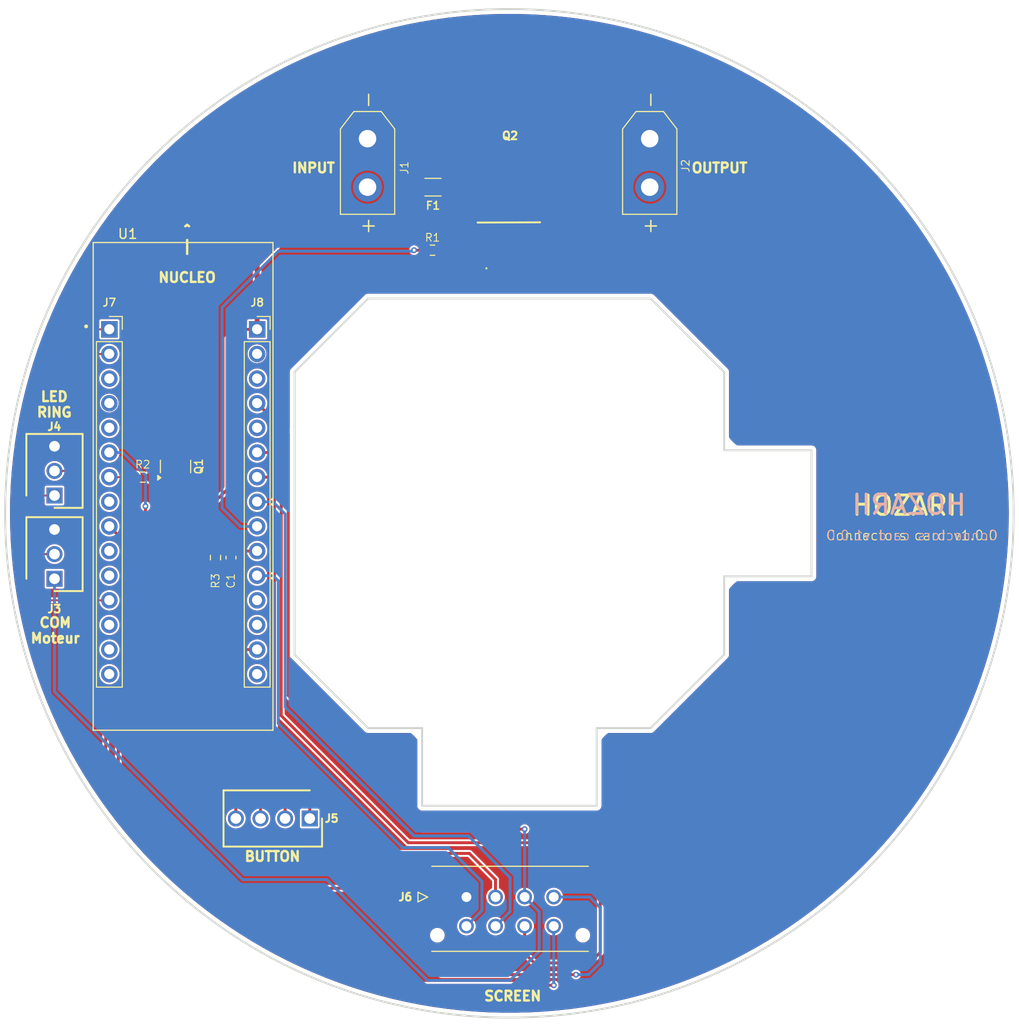
<source format=kicad_pcb>
(kicad_pcb (version 20240108) (generator "pcbnew") (generator_version "8.0")
  (layers (0 "F.Cu" signal) (31 "B.Cu" signal) (34 "B.Paste" user) (35 "F.Paste" user) (36 "B.SilkS" user "B.Silkscreen") (37 "F.SilkS" user "F.Silkscreen") (38 "B.Mask" user) (39 "F.Mask" user) (44 "Edge.Cuts" user))
  (net 0 "")
  (net 1 "+3.3V")
  (net 2 "/PA3{slash}BTN")
  (net 3 "+12V")
  (net 4 "GND")
  (net 5 "Net-(Q2-E)")
  (net 6 "+5V")
  (net 7 "/PA9{slash}UART_TX")
  (net 8 "/PA10{slash}UART_RX")
  (net 9 "Net-(Q1-C)")
  (net 10 "/PA11")
  (net 11 "/PB6")
  (net 12 "/NRST")
  (net 13 "/PB0{slash}DC")
  (net 14 "/PC15")
  (net 15 "/PB1{slash}BLK")
  (net 16 "/PC14")
  (net 17 "/PA8{slash}TIM1_CH1")
  (net 18 "/PB4")
  (net 19 "/PB7{slash}BTN_LED")
  (net 20 "/PB5")
  (net 21 "/PA12")
  (net 22 "/PA1{slash}SPI_CLK")
  (net 23 "/PA5{slash}CS")
  (net 24 "/AREF")
  (net 25 "/PA6{slash}RST")
  (net 26 "/PA7{slash}SPI_MOSI")
  (net 27 "/PA4{slash}MOS_ALIM")
  (net 28 "/PA0")
  (net 29 "/PB3")
  (net 30 "/PA2")
  (net 31 "Net-(Q1-B)")
  (net 32 "Net-(Q2-B)")
  (net 33 "Net-(F1-Pad2)")
  (net 34 "Net-(U1-PadCN3_13)")
  (net 35 "Net-(U1-PadCN3_15)")
  (net 36 "Net-(U1-PadCN4_11)")
  (net 37 "Net-(U1-PadCN4_13)")
  (net 38 "Net-(U1-PadCN4_5)")
  (net 39 "Net-(U1-PadCN3_10)")
  (net 40 "Net-(U1-PadCN4_10)")
  (net 41 "Net-(U1-VC10)")
  (net 42 "Net-(U1-PadCN3_3)")
  (net 43 "Net-(U1-PadCN4_2)")
  (net 44 "Net-(U1-PadCN4_7)")
  (net 45 "Net-(U1-PadCN3_11)")
  (net 46 "Net-(U1-PadCN3_1)")
  (net 48 "Net-(U1-PadCN3_5)")
  (footprint ".gouach-lib:J_22-27-2031" (layer "F.Cu") (at 102.6982 102.642 -90)
    (property "Reference" "J3" (at 3.12 0.02 0) (layer "F.SilkS") (effects (font (size 0.8 0.8) (thickness 0.2))))
    (property "Value" "~" (hide yes))
    (fp_line (start -6.35 2.9) (end -6.35 -2.9) (stroke (width 0.2)) (layer "F.SilkS"))
    (fp_line (start 0 2.9) (end -6.35 2.9) (stroke (width 0.2)) (layer "F.SilkS"))
    (fp_line (start -6.35 -2.9) (end 1.27 -2.9) (stroke (width 0.2)) (layer "F.SilkS"))
    (fp_line (start 1.27 -2.9) (end 1.27 0) (stroke (width 0.2)) (layer "F.SilkS"))
    (pad "1" thru_hole rect (at 0 0 270) (size 1.65 1.65) (drill 1.1) (layers "*.Cu" "*.Mask") (net 6 "+5V"))
    (pad "2" thru_hole circle (at -2.54 0 270) (size 1.65 1.65) (drill 1.1) (layers "*.Cu" "*.Mask") (net 17 "/PA8{slash}TIM1_CH1"))
    (pad "3" thru_hole circle (at -5.08 0 270) (size 1.65 1.65) (drill 1.1) (layers "*.Cu" "*.Mask") (net 4 "GND"))
  )
  (footprint ".gouach-lib:J_22-27-2041" (layer "F.Cu") (at 129.0182 127.362 180)
    (property "Reference" "J5" (at -2.26 0 180) (layer "F.SilkS") (effects (font (size 0.8 0.8) (thickness 0.2))))
    (property "Value" "J_22_27_2041" (hide yes))
    (fp_line (start 8.89 2.9) (end 8.89 -2.9) (stroke (width 0.2)) (layer "F.SilkS"))
    (fp_line (start 8.89 -2.9) (end -1.27 -2.9) (stroke (width 0.2)) (layer "F.SilkS"))
    (fp_line (start 0 2.9) (end 8.89 2.9) (stroke (width 0.2)) (layer "F.SilkS"))
    (fp_line (start -1.27 -2.9) (end -1.27 0) (stroke (width 0.2)) (layer "F.SilkS"))
    (pad "1" thru_hole rect (at 0 0 180) (size 1.65 1.65) (drill 1.1) (layers "*.Cu" "*.Mask") (net 1 "+3.3V"))
    (pad "2" thru_hole circle (at 2.54 0 180) (size 1.65 1.65) (drill 1.1) (layers "*.Cu" "*.Mask") (net 2 "/PA3{slash}BTN"))
    (pad "3" thru_hole circle (at 5.08 0 180) (size 1.65 1.65) (drill 1.1) (layers "*.Cu" "*.Mask") (net 3 "+12V"))
    (pad "4" thru_hole circle (at 7.62 0 180) (size 1.65 1.65) (drill 1.1) (layers "*.Cu" "*.Mask") (net 9 "Net-(Q1-C)"))
  )
  (footprint "Package_TO_SOT_SMD:SOT-23" (layer "F.Cu") (at 115.1782 91.062 90)
    (property "Reference" "Q1" (at 0 2.4 -90) (layer "F.SilkS") (effects (font (size 0.8 0.8))))
    (property "Value" "BC817" (hide yes))
    (fp_line (start 0 -1.56) (end 0.65 -1.56) (stroke (width 0.12)) (layer "F.SilkS"))
    (fp_line (start 0 -1.56) (end -0.65 -1.56) (stroke (width 0.12)) (layer "F.SilkS"))
    (fp_line (start 0 1.56) (end 0.65 1.56) (stroke (width 0.12)) (layer "F.SilkS"))
    (fp_line (start 0 1.56) (end -0.65 1.56) (stroke (width 0.12)) (layer "F.SilkS"))
    (fp_poly (pts (xy -1.1625 -1.51) (xy -1.4025 -1.84) (xy -0.9225 -1.84) (xy -1.1625 -1.51)) (stroke (width 0.12)) (fill solid) (layer "F.SilkS"))
    (pad "1" smd roundrect (at -0.9375 -0.95 90) (size 1.475 0.6) (layers "F.Cu" "F.Paste" "F.Mask") (net 31 "Net-(Q1-B)"))
    (pad "2" smd roundrect (at -0.9375 0.95 90) (size 1.475 0.6) (layers "F.Cu" "F.Paste" "F.Mask") (net 4 "GND"))
    (pad "3" smd roundrect (at 0.9375 0 90) (size 1.475 0.6) (layers "F.Cu" "F.Paste" "F.Mask") (net 9 "Net-(Q1-C)"))
  )
  (footprint "Inductor_SMD:L_1206_3216Metric" (layer "F.Cu") (at 141.7282 62.262 180)
    (property "Reference" "F1" (at 0 -1.9 180) (layer "F.SilkS") (effects (font (size 0.8 0.8))))
    (property "Value" "Fuse" (hide yes))
    (fp_line (start -0.835242 0.91) (end 0.835242 0.91) (stroke (width 0.12)) (layer "F.SilkS"))
    (fp_line (start -0.835242 -0.91) (end 0.835242 -0.91) (stroke (width 0.12)) (layer "F.SilkS"))
    (pad "1" smd roundrect (at -1.575 0 180) (size 1.05 1.9) (layers "F.Cu" "F.Paste" "F.Mask") (roundrect_rratio 0.238095) (net 3 "+12V"))
    (pad "2" smd roundrect (at 1.575 0 180) (size 1.05 1.9) (layers "F.Cu" "F.Paste" "F.Mask") (roundrect_rratio 0.238095) (net 33 "Net-(F1-Pad2)"))
  )
  (footprint ".gouach-lib:J_430450812" (layer "F.Cu") (at 145.1782 135.462 180)
    (property "Reference" "J6" (at 6.3 0 180) (layer "F.SilkS") (effects (font (size 0.8 0.8) (thickness 0.2))))
    (property "Value" "J_430450812" (hide yes))
    (fp_line (start 5 0.5) (end 4 0) (stroke (width 0.127)) (layer "F.SilkS"))
    (fp_line (start 5 -0.5) (end 5 0.5) (stroke (width 0.127)) (layer "F.SilkS"))
    (fp_line (start 4 0) (end 5 -0.5) (stroke (width 0.127)) (layer "F.SilkS"))
    (fp_line (start 3.575 3.17) (end -12.575 3.17) (stroke (width 0.127)) (layer "F.SilkS"))
    (fp_line (start -12.575 -5.6) (end 3.575 -5.6) (stroke (width 0.127)) (layer "F.SilkS"))
    (pad "" np_thru_hole circle (at -12 -3.94 180) (size 1.02 1.02) (drill 1.02) (layers "*.Cu" "*.Mask"))
    (pad "" np_thru_hole circle (at 3 -3.94 180) (size 1.02 1.02) (drill 1.02) (layers "*.Cu" "*.Mask"))
    (pad "1" thru_hole rect (at 0 0 180) (size 1.52 1.52) (drill 1.02) (layers "*.Cu" "*.Mask") (net 4 "GND"))
    (pad "2" thru_hole circle (at -3 0 180) (size 1.52 1.52) (drill 1.02) (layers "*.Cu" "*.Mask") (net 25 "/PA6{slash}RST"))
    (pad "3" thru_hole circle (at -6 0 180) (size 1.52 1.52) (drill 1.02) (layers "*.Cu" "*.Mask") (net 6 "+5V"))
    (pad "4" thru_hole circle (at -9 0 180) (size 1.52 1.52) (drill 1.02) (layers "*.Cu" "*.Mask") (net 13 "/PB0{slash}DC"))
    (pad "5" thru_hole circle (at 0 -3 180) (size 1.52 1.52) (drill 1.02) (layers "*.Cu" "*.Mask") (net 22 "/PA1{slash}SPI_CLK"))
    (pad "6" thru_hole circle (at -3 -3 180) (size 1.52 1.52) (drill 1.02) (layers "*.Cu" "*.Mask") (net 23 "/PA5{slash}CS"))
    (pad "7" thru_hole circle (at -6 -3 180) (size 1.52 1.52) (drill 1.02) (layers "*.Cu" "*.Mask") (net 26 "/PA7{slash}SPI_MOSI"))
    (pad "8" thru_hole circle (at -9 -3 180) (size 1.52 1.52) (drill 1.02) (layers "*.Cu" "*.Mask") (net 15 "/PB1{slash}BLK"))
  )
  (footprint ".gouach-lib:MODULE_NUCLEO-L432KC" (layer "F.Cu") (at 115.9582 93.117)
    (property "Reference" "U1" (at -5.715 -26.035 0) (layer "F.SilkS"))
    (property "Value" "~")
    (fp_line (start -9.27 -25.145) (end 9.27 -25.145) (stroke (width 0.127)) (layer "F.SilkS"))
    (fp_line (start -9.27 25.145) (end -9.27 -25.145) (stroke (width 0.127)) (layer "F.SilkS"))
    (fp_line (start 9.27 -25.145) (end 9.27 25.145) (stroke (width 0.127)) (layer "F.SilkS"))
    (fp_line (start 9.27 25.145) (end -9.27 25.145) (stroke (width 0.127)) (layer "F.SilkS"))
    (fp_circle (center -10 -16.5) (end -9.9 -16.5) (stroke (width 0.2)) (fill none) (layer "F.SilkS"))
    (pad "CN3_1" thru_hole rect (at -7.62 -16.215) (size 1.53 1.53) (drill 1.02) (layers "*.Cu" "*.Mask") (net 46 "Net-(U1-PadCN3_1)"))
    (pad "CN3_2" thru_hole circle (at -7.62 -13.675) (size 1.53 1.53) (drill 1.02) (layers "*.Cu" "*.Mask") (net 46 "Net-(U1-PadCN3_1)"))
    (pad "CN3_3" thru_hole circle (at -7.62 -11.135) (size 1.53 1.53) (drill 1.02) (layers "*.Cu" "*.Mask") (net 42 "Net-(U1-PadCN3_3)"))
    (pad "CN3_4" thru_hole circle (at -7.62 -8.595) (size 1.53 1.53) (drill 1.02) (layers "*.Cu" "*.Mask") (net 42 "Net-(U1-PadCN3_3)"))
    (pad "CN3_5" thru_hole circle (at -7.62 -6.055) (size 1.53 1.53) (drill 1.02) (layers "*.Cu" "*.Mask") (net 48 "Net-(U1-PadCN3_5)"))
    (pad "CN3_6" thru_hole circle (at -7.62 -3.515) (size 1.53 1.53) (drill 1.02) (layers "*.Cu" "*.Mask") (net 48 "Net-(U1-PadCN3_5)"))
    (pad "CN3_7" thru_hole circle (at -7.62 -0.975) (size 1.53 1.53) (drill 1.02) (layers "*.Cu" "*.Mask"))
    (pad "CN3_8" thru_hole circle (at -7.62 1.565) (size 1.53 1.53) (drill 1.02) (layers "*.Cu" "*.Mask") (net 41 "Net-(U1-VC10)"))
    (pad "CN3_9" thru_hole circle (at -7.62 4.105) (size 1.53 1.53) (drill 1.02) (layers "*.Cu" "*.Mask") (net 39 "Net-(U1-PadCN3_10)"))
    (pad "CN3_10" thru_hole circle (at -7.62 6.645) (size 1.53 1.53) (drill 1.02) (layers "*.Cu" "*.Mask") (net 39 "Net-(U1-PadCN3_10)"))
    (pad "CN3_11" thru_hole circle (at -7.62 9.185) (size 1.53 1.53) (drill 1.02) (layers "*.Cu" "*.Mask") (net 45 "Net-(U1-PadCN3_11)"))
    (pad "CN3_12" thru_hole circle (at -7.62 11.725) (size 1.53 1.53) (drill 1.02) (layers "*.Cu" "*.Mask") (net 45 "Net-(U1-PadCN3_11)"))
    (pad "CN3_13" thru_hole circle (at -7.62 14.265) (size 1.53 1.53) (drill 1.02) (layers "*.Cu" "*.Mask") (net 34 "Net-(U1-PadCN3_13)"))
    (pad "CN3_14" thru_hole circle (at -7.62 16.805) (size 1.53 1.53) (drill 1.02) (layers "*.Cu" "*.Mask") (net 34 "Net-(U1-PadCN3_13)"))
    (pad "CN3_15" thru_hole circle (at -7.62 19.345) (size 1.53 1.53) (drill 1.02) (layers "*.Cu" "*.Mask") (net 35 "Net-(U1-PadCN3_15)"))
    (pad "CN4_1" thru_hole rect (at 7.62 -16.215) (size 1.53 1.53) (drill 1.02) (layers "*.Cu" "*.Mask") (net 3 "+12V"))
    (pad "CN4_2" thru_hole circle (at 7.62 -13.675) (size 1.53 1.53) (drill 1.02) (layers "*.Cu" "*.Mask") (net 43 "Net-(U1-PadCN4_2)"))
    (pad "CN4_3" thru_hole circle (at 7.62 -11.135) (size 1.53 1.53) (drill 1.02) (layers "*.Cu" "*.Mask") (net 43 "Net-(U1-PadCN4_2)"))
    (pad "CN4_4" thru_hole circle (at 7.62 -8.595) (size 1.53 1.53) (drill 1.02) (layers "*.Cu" "*.Mask"))
    (pad "CN4_5" thru_hole circle (at 7.62 -6.055) (size 1.53 1.53) (drill 1.02) (layers "*.Cu" "*.Mask") (net 38 "Net-(U1-PadCN4_5)"))
    (pad "CN4_6" thru_hole circle (at 7.62 -3.515) (size 1.53 1.53) (drill 1.02) (layers "*.Cu" "*.Mask") (net 38 "Net-(U1-PadCN4_5)"))
    (pad "CN4_7" thru_hole circle (at 7.62 -0.975) (size 1.53 1.53) (drill 1.02) (layers "*.Cu" "*.Mask") (net 44 "Net-(U1-PadCN4_7)"))
    (pad "CN4_8" thru_hole circle (at 7.62 1.565) (size 1.53 1.53) (drill 1.02) (layers "*.Cu" "*.Mask") (net 44 "Net-(U1-PadCN4_7)"))
    (pad "CN4_9" thru_hole circle (at 7.62 4.105) (size 1.53 1.53) (drill 1.02) (layers "*.Cu" "*.Mask") (net 40 "Net-(U1-PadCN4_10)"))
    (pad "CN4_10" thru_hole circle (at 7.62 6.645) (size 1.53 1.53) (drill 1.02) (layers "*.Cu" "*.Mask") (net 2 "/PA3{slash}BTN"))
    (pad "CN4_11" thru_hole circle (at 7.62 9.185) (size 1.53 1.53) (drill 1.02) (layers "*.Cu" "*.Mask") (net 36 "Net-(U1-PadCN4_11)"))
    (pad "CN4_12" thru_hole circle (at 7.62 11.725) (size 1.53 1.53) (drill 1.02) (layers "*.Cu" "*.Mask") (net 36 "Net-(U1-PadCN4_11)"))
    (pad "CN4_13" thru_hole circle (at 7.62 14.265) (size 1.53 1.53) (drill 1.02) (layers "*.Cu" "*.Mask") (net 37 "Net-(U1-PadCN4_13)"))
    (pad "CN4_14" thru_hole circle (at 7.62 16.805) (size 1.53 1.53) (drill 1.02) (layers "*.Cu" "*.Mask") (net 37 "Net-(U1-PadCN4_13)"))
    (pad "CN4_15" thru_hole circle (at 7.62 19.345) (size 1.53 1.53) (drill 1.02) (layers "*.Cu" "*.Mask"))
  )
  (footprint ".gouach-lib:J_XT30PB-F" (layer "F.Cu") (at 134.8782 60.062 -90)
    (property "Reference" "J1" (at 0.2 -3.9 90) (layer "F.SilkS") (effects (font (size 0.8 0.8) (thickness 0.1))))
    (property "Value" "J_XT30UPB-F" (hide yes))
    (fp_line (start -3.8 2.7) (end 5 2.7) (stroke (width 0.12)) (layer "F.SilkS"))
    (fp_line (start -5.6 1.31) (end -3.8 2.7) (stroke (width 0.12)) (layer "F.SilkS"))
    (fp_line (start -5.6 -1.51) (end -5.6 1.31) (stroke (width 0.12)) (layer "F.SilkS"))
    (fp_line (start -5.6 -1.51) (end -3.8 -2.9) (stroke (width 0.12)) (layer "F.SilkS"))
    (fp_line (start -3.8 -2.9) (end 5 -2.9) (stroke (width 0.12)) (layer "F.SilkS"))
    (fp_line (start 5 -2.9) (end 5 2.7) (stroke (width 0.12)) (layer "F.SilkS"))
    (fp_text user "+" (at 6.2 -0.1 90) (layer "F.SilkS") (effects (font (size 1.5 1.5))))
    (fp_text user "-" (at -6.8 -0.1 90) (layer "F.SilkS") (effects (font (size 1.5 1.5))))
    (pad "+" thru_hole circle (at 2.2 -0.1 270) (size 3 3) (drill 1.8) (layers "*.Cu" "*.Mask") (net 33 "Net-(F1-Pad2)"))
    (pad "-" thru_hole rect (at -2.8 -0.1 270) (size 3 3) (drill 1.8) (layers "*.Cu" "*.Mask") (net 4 "GND"))
  )
  (footprint "Connector_PinSocket_2.54mm:PinSocket_1x15_P2.54mm_Vertical" (layer "F.Cu") (at 108.3562 76.926)
    (property "Reference" "J7" (at 0 -2.77 0) (layer "F.SilkS") (effects (font (size 0.8 0.8))))
    (property "Value" "Conn_01x15_Socket")
    (fp_line (start -1.33 1.27) (end -1.33 36.89) (stroke (width 0.12)) (layer "F.SilkS"))
    (fp_line (start -1.33 1.27) (end 1.33 1.27) (stroke (width 0.12)) (layer "F.SilkS"))
    (fp_line (start -1.33 36.89) (end 1.33 36.89) (stroke (width 0.12)) (layer "F.SilkS"))
    (fp_line (start 0 -1.33) (end 1.33 -1.33) (stroke (width 0.12)) (layer "F.SilkS"))
    (fp_line (start 1.33 -1.33) (end 1.33 0) (stroke (width 0.12)) (layer "F.SilkS"))
    (fp_line (start 1.33 1.27) (end 1.33 36.89) (stroke (width 0.12)) (layer "F.SilkS"))
    (pad "1" thru_hole rect (at 0 0) (size 1.7 1.7) (drill 1) (layers "*.Cu" "*.Mask") (net 7 "/PA9{slash}UART_TX"))
    (pad "2" thru_hole oval (at 0 2.54) (size 1.7 1.7) (drill 1) (layers "*.Cu" "*.Mask") (net 8 "/PA10{slash}UART_RX"))
    (pad "3" thru_hole oval (at 0 5.08) (size 1.7 1.7) (drill 1) (layers "*.Cu" "*.Mask") (net 12 "/NRST"))
    (pad "4" thru_hole oval (at 0 7.62) (size 1.7 1.7) (drill 1) (layers "*.Cu" "*.Mask") (net 4 "GND"))
    (pad "5" thru_hole oval (at 0 10.16) (size 1.7 1.7) (drill 1) (layers "*.Cu" "*.Mask") (net 21 "/PA12"))
    (pad "6" thru_hole oval (at 0 12.7) (size 1.7 1.7) (drill 1) (layers "*.Cu" "*.Mask") (net 13 "/PB0{slash}DC"))
    (pad "7" thru_hole oval (at 0 15.24) (size 1.7 1.7) (drill 1) (layers "*.Cu" "*.Mask") (net 19 "/PB7{slash}BTN_LED"))
    (pad "8" thru_hole oval (at 0 17.78) (size 1.7 1.7) (drill 1) (layers "*.Cu" "*.Mask") (net 11 "/PB6"))
    (pad "9" thru_hole oval (at 0 20.32) (size 1.7 1.7) (drill 1) (layers "*.Cu" "*.Mask") (net 15 "/PB1{slash}BLK"))
    (pad "10" thru_hole oval (at 0 22.86) (size 1.7 1.7) (drill 1) (layers "*.Cu" "*.Mask") (net 16 "/PC14"))
    (pad "11" thru_hole oval (at 0 25.4) (size 1.7 1.7) (drill 1) (layers "*.Cu" "*.Mask") (net 14 "/PC15"))
    (pad "12" thru_hole oval (at 0 27.94) (size 1.7 1.7) (drill 1) (layers "*.Cu" "*.Mask") (net 17 "/PA8{slash}TIM1_CH1"))
    (pad "13" thru_hole oval (at 0 30.48) (size 1.7 1.7) (drill 1) (layers "*.Cu" "*.Mask") (net 10 "/PA11"))
    (pad "14" thru_hole oval (at 0 33.02) (size 1.7 1.7) (drill 1) (layers "*.Cu" "*.Mask") (net 20 "/PB5"))
    (pad "15" thru_hole oval (at 0 35.56) (size 1.7 1.7) (drill 1) (layers "*.Cu" "*.Mask") (net 18 "/PB4"))
  )
  (footprint ".gouach-lib:TO_252_3_TabPin3_STripFET" (layer "F.Cu") (at 149.5282 64.287)
    (property "Reference" "Q2" (at 0.15 -7.325 0) (layer "F.SilkS") (effects (font (size 0.8 0.8) (thickness 0.2))))
    (property "Value" "Q_STD65N55F3" (hide yes))
    (fp_line (start -3.2 1.625) (end 3.25 1.6) (stroke (width 0.2)) (layer "F.SilkS"))
    (fp_line (start -2.286 6.3) (end -2.286 6.3) (stroke (width 0.1)) (layer "F.SilkS"))
    (fp_line (start -2.286 6.4) (end -2.286 6.4) (stroke (width 0.1)) (layer "F.SilkS"))
    (fp_arc (start -2.286 6.3) (mid -2.236 6.35) (end -2.286 6.4) (stroke (width 0.1)) (layer "F.SilkS"))
    (fp_arc (start -2.286 6.4) (mid -2.336 6.35) (end -2.286 6.3) (stroke (width 0.1)) (layer "F.SilkS"))
    (pad "1" smd rect (at -2.286 4.475) (size 1.5 2.9) (layers "F.Cu" "F.Paste" "F.Mask") (net 32 "Net-(Q2-B)"))
    (pad "2" smd rect (at 0 -2.025) (size 6.3 6.5) (layers "F.Cu" "F.Paste" "F.Mask") (net 3 "+12V"))
    (pad "3" smd rect (at 2.286 4.475) (size 1.5 2.9) (layers "F.Cu" "F.Paste" "F.Mask") (net 5 "Net-(Q2-E)"))
  )
  (footprint "Connector_PinSocket_2.54mm:PinSocket_1x15_P2.54mm_Vertical" (layer "F.Cu") (at 123.5962 76.926)
    (property "Reference" "J8" (at 0 -2.77 0) (layer "F.SilkS") (effects (font (size 0.8 0.8))))
    (property "Value" "Conn_01x15_Socket")
    (fp_line (start -1.33 1.27) (end -1.33 36.89) (stroke (width 0.12)) (layer "F.SilkS"))
    (fp_line (start -1.33 1.27) (end 1.33 1.27) (stroke (width 0.12)) (layer "F.SilkS"))
    (fp_line (start -1.33 36.89) (end 1.33 36.89) (stroke (width 0.12)) (layer "F.SilkS"))
    (fp_line (start 0 -1.33) (end 1.33 -1.33) (stroke (width 0.12)) (layer "F.SilkS"))
    (fp_line (start 1.33 -1.33) (end 1.33 0) (stroke (width 0.12)) (layer "F.SilkS"))
    (fp_line (start 1.33 1.27) (end 1.33 36.89) (stroke (width 0.12)) (layer "F.SilkS"))
    (pad "1" thru_hole rect (at 0 0) (size 1.7 1.7) (drill 1) (layers "*.Cu" "*.Mask") (net 3 "+12V"))
    (pad "2" thru_hole oval (at 0 2.54) (size 1.7 1.7) (drill 1) (layers "*.Cu" "*.Mask") (net 4 "GND"))
    (pad "3" thru_hole oval (at 0 5.08) (size 1.7 1.7) (drill 1) (layers "*.Cu" "*.Mask") (net 12 "/NRST"))
    (pad "4" thru_hole oval (at 0 7.62) (size 1.7 1.7) (drill 1) (layers "*.Cu" "*.Mask") (net 6 "+5V"))
    (pad "5" thru_hole oval (at 0 10.16) (size 1.7 1.7) (drill 1) (layers "*.Cu" "*.Mask") (net 30 "/PA2"))
    (pad "6" thru_hole oval (at 0 12.7) (size 1.7 1.7) (drill 1) (layers "*.Cu" "*.Mask") (net 26 "/PA7{slash}SPI_MOSI"))
    (pad "7" thru_hole oval (at 0 15.24) (size 1.7 1.7) (drill 1) (layers "*.Cu" "*.Mask") (net 25 "/PA6{slash}RST"))
    (pad "8" thru_hole oval (at 0 17.78) (size 1.7 1.7) (drill 1) (layers "*.Cu" "*.Mask") (net 23 "/PA5{slash}CS"))
    (pad "9" thru_hole oval (at 0 20.32) (size 1.7 1.7) (drill 1) (layers "*.Cu" "*.Mask") (net 27 "/PA4{slash}MOS_ALIM"))
    (pad "10" thru_hole oval (at 0 22.86) (size 1.7 1.7) (drill 1) (layers "*.Cu" "*.Mask") (net 2 "/PA3{slash}BTN"))
    (pad "11" thru_hole oval (at 0 25.4) (size 1.7 1.7) (drill 1) (layers "*.Cu" "*.Mask") (net 22 "/PA1{slash}SPI_CLK"))
    (pad "12" thru_hole oval (at 0 27.94) (size 1.7 1.7) (drill 1) (layers "*.Cu" "*.Mask") (net 28 "/PA0"))
    (pad "13" thru_hole oval (at 0 30.48) (size 1.7 1.7) (drill 1) (layers "*.Cu" "*.Mask") (net 24 "/AREF"))
    (pad "14" thru_hole oval (at 0 33.02) (size 1.7 1.7) (drill 1) (layers "*.Cu" "*.Mask") (net 1 "+3.3V"))
    (pad "15" thru_hole oval (at 0 35.56) (size 1.7 1.7) (drill 1) (layers "*.Cu" "*.Mask") (net 29 "/PB3"))
  )
  (footprint ".gouach-lib:J_22-27-2031" (layer "F.Cu") (at 102.6982 94.062 -90)
    (property "Reference" "J4" (at -7.1 0.02 0) (layer "F.SilkS") (effects (font (size 0.8 0.8) (thickness 0.2))))
    (property "Value" "~" (hide yes))
    (fp_line (start -6.35 2.9) (end -6.35 -2.9) (stroke (width 0.2)) (layer "F.SilkS"))
    (fp_line (start 0 2.9) (end -6.35 2.9) (stroke (width 0.2)) (layer "F.SilkS"))
    (fp_line (start -6.35 -2.9) (end 1.27 -2.9) (stroke (width 0.2)) (layer "F.SilkS"))
    (fp_line (start 1.27 -2.9) (end 1.27 0) (stroke (width 0.2)) (layer "F.SilkS"))
    (pad "1" thru_hole rect (at 0 0 270) (size 1.65 1.65) (drill 1.1) (layers "*.Cu" "*.Mask") (net 7 "/PA9{slash}UART_TX"))
    (pad "2" thru_hole circle (at -2.54 0 270) (size 1.65 1.65) (drill 1.1) (layers "*.Cu" "*.Mask") (net 8 "/PA10{slash}UART_RX"))
    (pad "3" thru_hole circle (at -5.08 0 270) (size 1.65 1.65) (drill 1.1) (layers "*.Cu" "*.Mask") (net 4 "GND"))
  )
  (footprint ".gouach-lib:R_0603_1608Metric" (layer "F.Cu") (at 111.7982 92.162)
    (property "Reference" "R2" (at 0 -1.3 0) (layer "F.SilkS") (effects (font (size 0.8 0.8) (thickness 0.1))))
    (property "Value" "R_0603_1k_1%_0.1W" (hide yes))
    (fp_line (start -0.237258 -0.5225) (end 0.237258 -0.5225) (stroke (width 0.12)) (layer "F.SilkS"))
    (fp_line (start -0.237258 0.5225) (end 0.237258 0.5225) (stroke (width 0.12)) (layer "F.SilkS"))
    (pad "1" smd roundrect (at -0.825 0) (size 0.8 0.95) (layers "F.Cu" "F.Paste" "F.Mask") (net 19 "/PB7{slash}BTN_LED"))
    (pad "2" smd roundrect (at 0.825 0) (size 0.8 0.95) (layers "F.Cu" "F.Paste" "F.Mask") (net 31 "Net-(Q1-B)"))
  )
  (footprint ".gouach-lib:R_0603_1608Metric" (layer "F.Cu") (at 141.6782 68.762)
    (property "Reference" "R1" (at 0 -1.3 0) (layer "F.SilkS") (effects (font (size 0.8 0.8) (thickness 0.1))))
    (property "Value" "R_0603_1M_1%_0.1W" (hide yes))
    (fp_line (start -0.237258 -0.5225) (end 0.237258 -0.5225) (stroke (width 0.12)) (layer "F.SilkS"))
    (fp_line (start -0.237258 0.5225) (end 0.237258 0.5225) (stroke (width 0.12)) (layer "F.SilkS"))
    (pad "1" smd roundrect (at -0.825 0) (size 0.8 0.95) (layers "F.Cu" "F.Paste" "F.Mask") (net 27 "/PA4{slash}MOS_ALIM"))
    (pad "2" smd roundrect (at 0.825 0) (size 0.8 0.95) (layers "F.Cu" "F.Paste" "F.Mask") (net 32 "Net-(Q2-B)"))
  )
  (footprint ".gouach-lib:C_0603_1608Metric" (layer "F.Cu") (at 120.8982 100.462 90)
    (property "Reference" "C1" (at -2.4 -0.02 -90) (layer "F.SilkS") (effects (font (size 0.8 0.8) (thickness 0.1))))
    (property "Value" "C_0603_100nF_100V_X7R_10%" (hide yes))
    (fp_line (start -0.14058 -0.51) (end 0.14058 -0.51) (stroke (width 0.12)) (layer "F.SilkS"))
    (fp_line (start -0.14058 0.51) (end 0.14058 0.51) (stroke (width 0.12)) (layer "F.SilkS"))
    (pad "1" smd roundrect (at -0.775 0 90) (size 0.9 0.95) (layers "F.Cu" "F.Paste" "F.Mask") (net 1 "+3.3V"))
    (pad "2" smd roundrect (at 0.775 0 90) (size 0.9 0.95) (layers "F.Cu" "F.Paste" "F.Mask") (net 2 "/PA3{slash}BTN"))
  )
  (footprint ".gouach-lib:J_XT30PB-F" (layer "F.Cu") (at 163.9782 60.062 -90)
    (property "Reference" "J2" (at 0 -3.8 90) (layer "F.SilkS") (effects (font (size 0.8 0.8) (thickness 0.1))))
    (property "Value" "J_XT30UPB-F" (hide yes))
    (fp_line (start -3.8 2.7) (end 5 2.7) (stroke (width 0.12)) (layer "F.SilkS"))
    (fp_line (start -5.6 1.31) (end -3.8 2.7) (stroke (width 0.12)) (layer "F.SilkS"))
    (fp_line (start -5.6 -1.51) (end -5.6 1.31) (stroke (width 0.12)) (layer "F.SilkS"))
    (fp_line (start -5.6 -1.51) (end -3.8 -2.9) (stroke (width 0.12)) (layer "F.SilkS"))
    (fp_line (start -3.8 -2.9) (end 5 -2.9) (stroke (width 0.12)) (layer "F.SilkS"))
    (fp_line (start 5 -2.9) (end 5 2.7) (stroke (width 0.12)) (layer "F.SilkS"))
    (fp_text user "-" (at -6.8 -0.1 90) (layer "F.SilkS") (effects (font (size 1.5 1.5))))
    (fp_text user "+" (at 6.2 -0.1 90) (layer "F.SilkS") (effects (font (size 1.5 1.5))))
    (pad "+" thru_hole circle (at 2.2 -0.1 270) (size 3 3) (drill 1.8) (layers "*.Cu" "*.Mask") (net 5 "Net-(Q2-E)"))
    (pad "-" thru_hole rect (at -2.8 -0.1 270) (size 3 3) (drill 1.8) (layers "*.Cu" "*.Mask") (net 4 "GND"))
  )
  (footprint ".gouach-lib:R_0603_1608Metric" (layer "F.Cu") (at 119.2982 100.462 -90)
    (property "Reference" "R3" (at 2.4 0 90) (layer "F.SilkS") (effects (font (size 0.8 0.8) (thickness 0.1))))
    (property "Value" "R_0603_10k_1%_0.1W" (hide yes))
    (fp_line (start -0.237258 0.5225) (end 0.237258 0.5225) (stroke (width 0.12)) (layer "F.SilkS"))
    (fp_line (start -0.237258 -0.5225) (end 0.237258 -0.5225) (stroke (width 0.12)) (layer "F.SilkS"))
    (pad "1" smd roundrect (at -0.825 0 270) (size 0.8 0.95) (layers "F.Cu" "F.Paste" "F.Mask") (net 2 "/PA3{slash}BTN"))
    (pad "2" smd roundrect (at 0.825 0 270) (size 0.8 0.95) (layers "F.Cu" "F.Paste" "F.Mask") (net 4 "GND"))
  )
  (gr_line (start 164.171414 118.045014) (end 171.7572 110.459227) (stroke (width 0.2)) (layer "Edge.Cuts"))
  (gr_line (start 164.171414 73.745014) (end 135.042987 73.745014) (stroke (width 0.2)) (layer "Edge.Cuts"))
  (gr_line (start 158.6072 126.045014) (end 149.6072 126.045014) (stroke (width 0.2)) (layer "Edge.Cuts"))
  (gr_line (start 171.7572 81.3308) (end 164.171414 73.745014) (stroke (width 0.2)) (layer "Edge.Cuts"))
  (gr_line (start 135.042987 73.745014) (end 127.4572 81.3308) (stroke (width 0.2)) (layer "Edge.Cuts"))
  (gr_line (start 180.7572 102.395014) (end 180.7572 89.395014) (stroke (width 0.2)) (layer "Edge.Cuts"))
  (gr_line (start 135.042987 118.045014) (end 140.6072 118.045014) (stroke (width 0.2)) (layer "Edge.Cuts"))
  (gr_line (start 140.6072 118.045014) (end 140.6072 126.045014) (stroke (width 0.2)) (layer "Edge.Cuts"))
  (gr_line (start 158.6072 118.045014) (end 164.171414 118.045014) (stroke (width 0.2)) (layer "Edge.Cuts"))
  (gr_line (start 171.7572 102.395014) (end 180.7572 102.395014) (stroke (width 0.2)) (layer "Edge.Cuts"))
  (gr_line (start 171.7572 89.395014) (end 171.7572 81.3308) (stroke (width 0.2)) (layer "Edge.Cuts"))
  (gr_line (start 140.6072 126.045014) (end 149.6072 126.045014) (stroke (width 0.2)) (layer "Edge.Cuts"))
  (gr_line (start 180.7572 89.395014) (end 171.7572 89.395014) (stroke (width 0.2)) (layer "Edge.Cuts"))
  (gr_line (start 171.7572 110.459227) (end 171.7572 102.395014) (stroke (width 0.2)) (layer "Edge.Cuts"))
  (gr_circle (center 149.6072 95.895014) (end 201.6072 95.895014) (stroke (width 0.2)) (fill none) (layer "Edge.Cuts"))
  (gr_line (start 127.4572 81.3308) (end 127.4572 110.459227) (stroke (width 0.2)) (layer "Edge.Cuts"))
  (gr_line (start 127.4572 110.459227) (end 135.042987 118.045014) (stroke (width 0.2)) (layer "Edge.Cuts"))
  (gr_line (start 158.6072 118.045014) (end 158.6072 126.045014) (stroke (width 0.2)) (layer "Edge.Cuts"))
  (gr_text "Connectors card v1.0.0\n" (at 200.0782 98.762 -0) (layer "B.SilkS") (effects (font (size 1 1) (thickness 0.1)) (justify left bottom mirror)))
  (gr_text "HOZARII" (at 196.8782 96.162 0) (layer "B.SilkS") (effects (font (size 2 2) (thickness 0.3) (bold yes)) (justify left bottom mirror)))
  (gr_text "COM\nMoteur" (at 102.7782 109.362 0) (layer "F.SilkS") (effects (font (size 1 1) (thickness 0.25) (bold yes)) (justify bottom)))
  (gr_text "Connectors card v1.0.0\n" (at 182.1782 98.762 0) (layer "F.SilkS") (effects (font (size 1 1) (thickness 0.1)) (justify left bottom)))
  (gr_text "INPUT" (at 127.0782 60.862 0) (layer "F.SilkS") (effects (font (size 1 1) (thickness 0.25) (bold yes)) (justify left bottom)))
  (gr_text "SCREEN" (at 146.8782 146.262 0) (layer "F.SilkS") (effects (font (size 1 1) (thickness 0.25) (bold yes)) (justify left bottom)))
  (gr_text "HOZARII" (at 184.7782 96.262 0) (layer "F.SilkS") (effects (font (size 2 2) (thickness 0.3) (bold yes)) (justify left bottom)))
  (gr_text "^\n|\n\nNUCLEO" (at 116.3782 72.162 0) (layer "F.SilkS") (effects (font (size 1 1) (thickness 0.25) (bold yes)) (justify bottom)))
  (gr_text "LED\nRING" (at 102.6782 86.062 0) (layer "F.SilkS") (effects (font (size 1 1) (thickness 0.25) (bold yes)) (justify bottom)))
  (gr_text "OUTPUT" (at 168.2782 60.862 0) (layer "F.SilkS") (effects (font (size 1 1) (thickness 0.25) (bold yes)) (justify left bottom)))
  (gr_text "BUTTON" (at 122.1782 131.862 0) (layer "F.SilkS") (effects (font (size 1 1) (thickness 0.25) (bold yes)) (justify left bottom)))
  (segment (start 120.8982 109.066) (end 121.7782 109.946) (width 0.3) (layer "F.Cu") (net 1))
  (segment (start 120.8982 101.237) (end 120.8982 109.066) (width 0.3) (layer "F.Cu") (net 1))
  (segment (start 121.7782 109.946) (end 123.5962 109.946) (width 0.3) (layer "F.Cu") (net 1))
  (segment (start 120.7882 110.936) (end 121.7782 109.946) (width 0.3) (layer "F.Cu") (net 1))
  (segment (start 129.0182 126.102) (end 120.7882 117.872) (width 0.3) (layer "F.Cu") (net 1))
  (segment (start 120.7882 117.872) (end 120.7882 110.936) (width 0.3) (layer "F.Cu") (net 1))
  (segment (start 129.0182 127.362) (end 129.0182 126.102) (width 0.3) (layer "F.Cu") (net 1))
  (segment (start 118.6532 99.637) (end 119.2982 99.637) (width 0.3) (layer "F.Cu") (net 2))
  (segment (start 119.3482 99.687) (end 119.2982 99.637) (width 0.2) (layer "F.Cu") (net 2))
  (segment (start 120.8982 99.687) (end 119.3482 99.687) (width 0.3) (layer "F.Cu") (net 2))
  (segment (start 126.4782 127.362) (end 126.4782 126.062) (width 0.3) (layer "F.Cu") (net 2))
  (segment (start 118.2782 100.012) (end 118.6532 99.637) (width 0.3) (layer "F.Cu") (net 2))
  (segment (start 118.2782 117.862) (end 118.2782 100.012) (width 0.3) (layer "F.Cu") (net 2))
  (segment (start 126.4782 126.062) (end 118.2782 117.862) (width 0.3) (layer "F.Cu") (net 2))
  (segment (start 123.5962 99.786) (end 120.9972 99.786) (width 0.3) (layer "F.Cu") (net 2))
  (segment (start 120.9972 99.786) (end 120.8982 99.687) (width 0.2) (layer "F.Cu") (net 2))
  (segment (start 121.5142 76.926) (end 123.5962 76.926) (width 0.3) (layer "F.Cu") (net 3))
  (segment (start 120.5782 93.362) (end 120.5782 77.862) (width 0.3) (layer "F.Cu") (net 3))
  (segment (start 116.7782 118.762) (end 116.7782 97.162) (width 0.3) (layer "F.Cu") (net 3))
  (segment (start 143.3032 62.262) (end 149.5282 62.262) (width 0.3) (layer "F.Cu") (net 3))
  (segment (start 123.9382 127.362) (end 123.9382 126.122) (width 0.3) (layer "F.Cu") (net 3))
  (segment (start 143.3032 62.262) (end 143.3032 64.937) (width 0.5) (layer "F.Cu") (net 3))
  (segment (start 123.5962 70.244) (end 123.5962 76.926) (width 0.5) (layer "F.Cu") (net 3))
  (segment (start 123.9382 126.122) (end 116.7782 118.962) (width 0.3) (layer "F.Cu") (net 3))
  (segment (start 120.5782 77.862) (end 121.5142 76.926) (width 0.3) (layer "F.Cu") (net 3))
  (segment (start 127.0782 66.762) (end 123.5962 70.244) (width 0.5) (layer "F.Cu") (net 3))
  (segment (start 141.4782 66.762) (end 127.0782 66.762) (width 0.5) (layer "F.Cu") (net 3))
  (segment (start 116.7782 97.162) (end 120.5782 93.362) (width 0.3) (layer "F.Cu") (net 3))
  (segment (start 116.7782 118.962) (end 116.7782 118.762) (width 0.3) (layer "F.Cu") (net 3))
  (segment (start 143.3032 64.937) (end 141.4782 66.762) (width 0.5) (layer "F.Cu") (net 3))
  (segment (start 161.7782 68.762) (end 164.0782 66.462) (width 0.3) (layer "F.Cu") (net 5))
  (segment (start 164.0782 66.462) (end 164.0782 62.262) (width 0.3) (layer "F.Cu") (net 5))
  (segment (start 151.8142 68.762) (end 161.7782 68.762) (width 0.3) (layer "F.Cu") (net 5))
  (segment (start 126.8072 87.757) (end 126.8072 114.691) (width 0.3) (layer "F.Cu") (net 6))
  (segment (start 140.5782 128.462) (end 151.1782 128.462) (width 0.3) (layer "F.Cu") (net 6))
  (segment (start 123.5962 84.546) (end 126.8072 87.757) (width 0.3) (layer "F.Cu") (net 6))
  (segment (start 126.8072 114.691) (end 140.5782 128.462) (width 0.3) (layer "F.Cu") (net 6))
  (via (at 151.1782 128.462) (size 0.6) (drill 0.3) (layers "F.Cu" "B.Cu") (net 6))
  (segment (start 151.1782 135.462) (end 151.1782 128.462) (width 0.3) (layer "B.Cu") (net 6))
  (segment (start 152.6782 141.062) (end 152.6782 136.962) (width 0.3) (layer "B.Cu") (net 6))
  (segment (start 149.6782 144.062) (end 152.6782 141.062) (width 0.3) (layer "B.Cu") (net 6))
  (segment (start 130.7782 133.662) (end 141.1782 144.062) (width 0.3) (layer "B.Cu") (net 6))
  (segment (start 141.1782 144.062) (end 149.6782 144.062) (width 0.3) (layer "B.Cu") (net 6))
  (segment (start 122.0782 133.662) (end 130.7782 133.662) (width 0.3) (layer "B.Cu") (net 6))
  (segment (start 152.6782 136.962) (end 151.1782 135.462) (width 0.3) (layer "B.Cu") (net 6))
  (segment (start 102.6982 102.642) (end 102.6982 114.282) (width 0.3) (layer "B.Cu") (net 6))
  (segment (start 102.6982 114.282) (end 122.0782 133.662) (width 0.3) (layer "B.Cu") (net 6))
  (segment (start 102.6982 94.062) (end 100.6982 94.062) (width 0.2) (layer "F.Cu") (net 7))
  (segment (start 99.7982 87.662) (end 104.6982 82.762) (width 0.2) (layer "F.Cu") (net 7))
  (segment (start 104.6982 78.262) (end 106.0342 76.926) (width 0.2) (layer "F.Cu") (net 7))
  (segment (start 99.7982 93.162) (end 99.7982 87.662) (width 0.2) (layer "F.Cu") (net 7))
  (segment (start 104.6982 82.762) (end 104.6982 78.262) (width 0.2) (layer "F.Cu") (net 7))
  (segment (start 100.6982 94.062) (end 99.7982 93.162) (width 0.2) (layer "F.Cu") (net 7))
  (segment (start 106.0342 76.926) (end 108.3562 76.926) (width 0.2) (layer "F.Cu") (net 7))
  (segment (start 102.6982 91.522) (end 105.1382 91.522) (width 0.2) (layer "F.Cu") (net 8))
  (segment (start 105.1382 91.522) (end 105.7982 90.862) (width 0.2) (layer "F.Cu") (net 8))
  (segment (start 105.7982 80.162) (end 106.4942 79.466) (width 0.2) (layer "F.Cu") (net 8))
  (segment (start 106.4942 79.466) (end 108.3562 79.466) (width 0.2) (layer "F.Cu") (net 8))
  (segment (start 105.7982 90.862) (end 105.7982 80.162) (width 0.2) (layer "F.Cu") (net 8))
  (segment (start 115.1782 119.962) (end 115.1782 119.862) (width 0.3) (layer "F.Cu") (net 9))
  (segment (start 121.3982 127.362) (end 121.3982 126.182) (width 0.3) (layer "F.Cu") (net 9))
  (segment (start 121.3982 126.182) (end 115.1782 119.962) (width 0.3) (layer "F.Cu") (net 9))
  (segment (start 115.1782 119.862) (end 115.1782 90.1245) (width 0.3) (layer "F.Cu") (net 9))
  (segment (start 133.6782 134.562) (end 120.9782 134.562) (width 0.3) (layer "F.Cu") (net 13))
  (segment (start 112.0782 114.562) (end 112.0782 95.162) (width 0.3) (layer "F.Cu") (net 13))
  (segment (start 142.5782 143.462) (end 133.6782 134.562) (width 0.3) (layer "F.Cu") (net 13))
  (segment (start 109.2782 122.862) (end 109.2782 117.362) (width 0.3) (layer "F.Cu") (net 13))
  (segment (start 109.2782 117.362) (end 112.0782 114.562) (width 0.3) (layer "F.Cu") (net 13))
  (segment (start 156.4782 143.462) (end 142.5782 143.462) (width 0.3) (layer "F.Cu") (net 13))
  (segment (start 120.9782 134.562) (end 109.2782 122.862) (width 0.3) (layer "F.Cu") (net 13))
  (via (at 112.0782 95.162) (size 0.6) (drill 0.3) (layers "F.Cu" "B.Cu") (net 13))
  (via (at 156.4782 143.462) (size 0.6) (drill 0.3) (layers "F.Cu" "B.Cu") (net 13))
  (segment (start 154.1782 135.462) (end 157.8782 135.462) (width 0.3) (layer "B.Cu") (net 13))
  (segment (start 112.0782 91.962) (end 109.7422 89.626) (width 0.3) (layer "B.Cu") (net 13))
  (segment (start 109.7422 89.626) (end 108.3562 89.626) (width 0.3) (layer "B.Cu") (net 13))
  (segment (start 158.9782 136.562) (end 158.9782 142.262) (width 0.3) (layer "B.Cu") (net 13))
  (segment (start 112.0782 95.162) (end 112.0782 91.962) (width 0.3) (layer "B.Cu") (net 13))
  (segment (start 157.8782 135.462) (end 158.9782 136.562) (width 0.3) (layer "B.Cu") (net 13))
  (segment (start 157.7782 143.462) (end 156.4782 143.462) (width 0.3) (layer "B.Cu") (net 13))
  (segment (start 158.9782 142.262) (end 157.7782 143.462) (width 0.3) (layer "B.Cu") (net 13))
  (segment (start 130.8282 135.512) (end 139.8782 144.562) (width 0.3) (layer "F.Cu") (net 15))
  (segment (start 139.8782 144.562) (end 154.1782 144.562) (width 0.3) (layer "F.Cu") (net 15))
  (segment (start 108.3562 97.246) (end 110.2782 99.168) (width 0.3) (layer "F.Cu") (net 15))
  (segment (start 120.1282 135.512) (end 130.8282 135.512) (width 0.3) (layer "F.Cu") (net 15))
  (segment (start 110.2782 99.168) (end 110.2782 114.462) (width 0.3) (layer "F.Cu") (net 15))
  (segment (start 110.2782 114.462) (end 107.9782 116.762) (width 0.3) (layer "F.Cu") (net 15))
  (segment (start 107.9782 116.762) (end 107.9782 123.362) (width 0.3) (layer "F.Cu") (net 15))
  (segment (start 107.9782 123.362) (end 120.1282 135.512) (width 0.3) (layer "F.Cu") (net 15))
  (via (at 154.1782 144.562) (size 0.6) (drill 0.3) (layers "F.Cu" "B.Cu") (net 15))
  (segment (start 154.1782 138.462) (end 154.1782 144.562) (width 0.3) (layer "B.Cu") (net 15))
  (segment (start 100.7582 100.102) (end 100.0982 100.762) (width 0.2) (layer "F.Cu") (net 17))
  (segment (start 100.9022 104.866) (end 108.3562 104.866) (width 0.2) (layer "F.Cu") (net 17))
  (segment (start 102.6982 100.102) (end 100.7582 100.102) (width 0.2) (layer "F.Cu") (net 17))
  (segment (start 100.0982 104.062) (end 100.9022 104.866) (width 0.2) (layer "F.Cu") (net 17))
  (segment (start 100.0982 100.762) (end 100.0982 104.062) (width 0.2) (layer "F.Cu") (net 17))
  (segment (start 110.9692 92.166) (end 110.9732 92.162) (width 0.2) (layer "F.Cu") (net 19))
  (segment (start 108.3562 92.166) (end 110.9692 92.166) (width 0.2) (layer "F.Cu") (net 19))
  (segment (start 125.2422 102.326) (end 125.7782 102.862) (width 0.3) (layer "B.Cu") (net 22))
  (segment (start 138.5782 130.362) (end 143.2782 130.362) (width 0.3) (layer "B.Cu") (net 22))
  (segment (start 125.7782 102.862) (end 125.7782 117.562) (width 0.3) (layer "B.Cu") (net 22))
  (segment (start 125.7782 117.562) (end 138.5782 130.362) (width 0.3) (layer "B.Cu") (net 22))
  (segment (start 143.2782 130.362) (end 146.7782 133.862) (width 0.3) (layer "B.Cu") (net 22))
  (segment (start 146.7782 133.862) (end 146.7782 136.862) (width 0.3) (layer "B.Cu") (net 22))
  (segment (start 123.5962 102.326) (end 125.2422 102.326) (width 0.3) (layer "B.Cu") (net 22))
  (segment (start 146.7782 136.862) (end 145.1782 138.462) (width 0.3) (layer "B.Cu") (net 22))
  (segment (start 126.4782 115.862) (end 126.4782 95.962) (width 0.3) (layer "B.Cu") (net 23))
  (segment (start 125.2222 94.706) (end 123.5962 94.706) (width 0.3) (layer "B.Cu") (net 23))
  (segment (start 149.6782 133.462) (end 145.3782 129.162) (width 0.3) (layer "B.Cu") (net 23))
  (segment (start 148.1782 138.462) (end 149.6782 136.962) (width 0.3) (layer "B.Cu") (net 23))
  (segment (start 145.3782 129.162) (end 139.7782 129.162) (width 0.3) (layer "B.Cu") (net 23))
  (segment (start 126.4782 95.962) (end 125.2222 94.706) (width 0.3) (layer "B.Cu") (net 23))
  (segment (start 149.6782 136.962) (end 149.6782 133.462) (width 0.3) (layer "B.Cu") (net 23))
  (segment (start 139.7782 129.162) (end 126.4782 115.862) (width 0.3) (layer "B.Cu") (net 23))
  (segment (start 124.9782 92.166) (end 123.5962 92.166) (width 0.3) (layer "F.Cu") (net 25))
  (segment (start 138.1782 130.962) (end 125.3782 118.162) (width 0.3) (layer "F.Cu") (net 25))
  (segment (start 145.4782 130.962) (end 138.1782 130.962) (width 0.3) (layer "F.Cu") (net 25))
  (segment (start 125.3782 92.566) (end 124.9782 92.166) (width 0.3) (layer "F.Cu") (net 25))
  (segment (start 125.3782 118.162) (end 125.3782 92.566) (width 0.3) (layer "F.Cu") (net 25))
  (segment (start 148.1782 135.462) (end 148.1782 133.662) (width 0.3) (layer "F.Cu") (net 25))
  (segment (start 148.1782 133.662) (end 145.4782 130.962) (width 0.3) (layer "F.Cu") (net 25))
  (segment (start 158.9782 130.962) (end 157.8782 129.862) (width 0.3) (layer "F.Cu") (net 26))
  (segment (start 158.9782 141.162) (end 158.9782 130.962) (width 0.3) (layer "F.Cu") (net 26))
  (segment (start 157.8782 129.862) (end 139.1782 129.862) (width 0.3) (layer "F.Cu") (net 26))
  (segment (start 151.1782 141.262) (end 152.1782 142.262) (width 0.3) (layer "F.Cu") (net 26))
  (segment (start 152.1782 142.262) (end 157.8782 142.262) (width 0.3) (layer "F.Cu") (net 26))
  (segment (start 126.0782 116.762) (end 126.0782 90.362) (width 0.3) (layer "F.Cu") (net 26))
  (segment (start 126.0782 90.362) (end 125.3422 89.626) (width 0.3) (layer "F.Cu") (net 26))
  (segment (start 125.3422 89.626) (end 123.5962 89.626) (width 0.3) (layer "F.Cu") (net 26))
  (segment (start 157.8782 142.262) (end 158.9782 141.162) (width 0.3) (layer "F.Cu") (net 26))
  (segment (start 139.1782 129.862) (end 126.0782 116.762) (width 0.3) (layer "F.Cu") (net 26))
  (segment (start 151.1782 138.462) (end 151.1782 141.262) (width 0.3) (layer "F.Cu") (net 26))
  (segment (start 140.8532 68.762) (end 139.7782 68.762) (width 0.3) (layer "F.Cu") (net 27))
  (via (at 139.7782 68.762) (size 0.6) (drill 0.3) (layers "F.Cu" "B.Cu") (net 27))
  (segment (start 121.8782 97.262) (end 119.9782 95.362) (width 0.3) (layer "B.Cu") (net 27))
  (segment (start 119.9782 74.662) (end 125.7782 68.862) (width 0.3) (layer "B.Cu") (net 27))
  (segment (start 119.9782 95.362) (end 119.9782 74.662) (width 0.3) (layer "B.Cu") (net 27))
  (segment (start 125.7782 68.862) (end 139.6782 68.862) (width 0.3) (layer "B.Cu") (net 27))
  (segment (start 123.5962 97.246) (end 121.8942 97.246) (width 0.3) (layer "B.Cu") (net 27))
  (segment (start 121.8942 97.246) (end 121.8782 97.262) (width 0.3) (layer "B.Cu") (net 27))
  (segment (start 139.6782 68.862) (end 139.7782 68.762) (width 0.3) (layer "B.Cu") (net 27))
  (segment (start 114.0657 92.162) (end 114.2282 91.9995) (width 0.2) (layer "F.Cu") (net 31))
  (segment (start 112.6232 92.162) (end 114.0657 92.162) (width 0.2) (layer "F.Cu") (net 31))
  (segment (start 142.5032 68.762) (end 147.2422 68.762) (width 0.3) (layer "F.Cu") (net 32))
  (segment (start 134.9782 62.262) (end 140.1532 62.262) (width 0.3) (layer "F.Cu") (net 33))
  (zone (net 3) (net_name "+12V") (layer "F.Cu") (priority 1) (connect_pads yes (clearance 0)) (min_thickness 0.25) (fill yes (thermal_gap 0.5) (thermal_bridge_width 0.5) (smoothing fillet) (radius 3))
    (polygon (pts (xy 156.9782 53.962) (xy 156.9782 65.462) (xy 142.4782 65.462) (xy 142.4782 53.962)))
  )
  (zone (net 5) (net_name "Net-(Q2-E)") (layer "F.Cu") (priority 1) (connect_pads yes (clearance 0)) (min_thickness 0.25) (fill yes (thermal_gap 0.5) (thermal_bridge_width 0.5) (smoothing fillet) (radius 3))
    (polygon (pts (xy 160.9782 67.062) (xy 150.8782 67.062) (xy 150.8782 71.262) (xy 167.1782 71.262) (xy 167.1782 60.562) (xy 160.9782 60.562)))
  )
  (zone (net 33) (net_name "Net-(F1-Pad2)") (layer "F.Cu") (connect_pads yes (clearance 0)) (min_thickness 0.25) (fill yes (thermal_gap 0.5) (thermal_bridge_width 0.5) (smoothing fillet) (radius 3))
    (polygon (pts (xy 141.0782 60.562) (xy 141.0782 65.362) (xy 131.8782 65.362) (xy 131.8782 60.562)))
  )
  (zone (net 4) (net_name "GND") (layers "F&B.Cu") (connect_pads yes (clearance 0)) (min_thickness 0.25) (fill yes (thermal_gap 0.5) (thermal_bridge_width 0.5) (smoothing fillet) (radius 3))
    (polygon (pts (xy 97.0782 42.962) (xy 202.1782 42.962) (xy 202.1782 148.562) (xy 97.1782 148.562)))
  )
)
</source>
